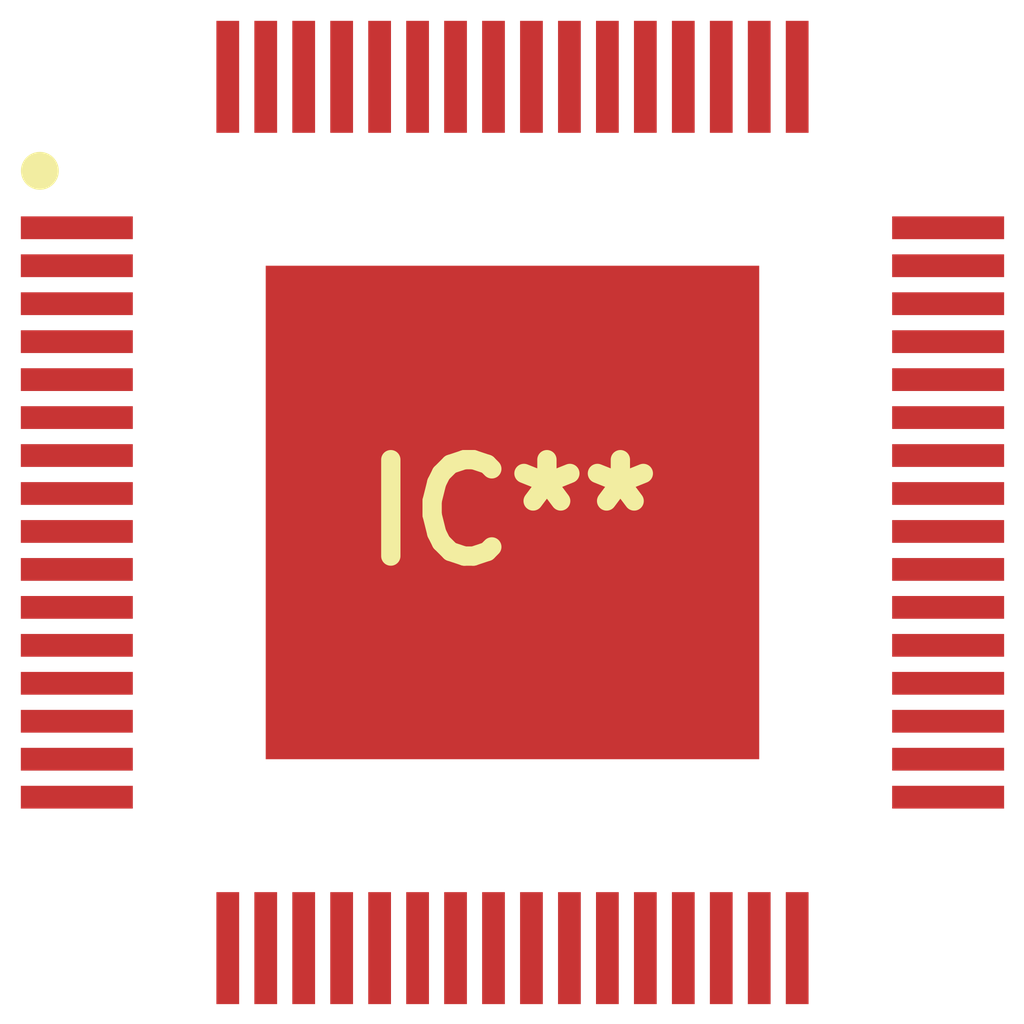
<source format=kicad_pcb>
(kicad_pcb (version 20241229) (generator "pcbnew") (generator_version "9.0")
  (layers (0 "F.Cu" signal) (2 "B.Cu" signal) (13 "F.Paste" user) (15 "B.Paste" user) (5 "F.SilkS" user "F.Silkscreen") (7 "B.SilkS" user "B.Silkscreen") (1 "F.Mask" user) (3 "B.Mask" user) (25 "Edge.Cuts" user))
  (net 0 "")
  (footprint "SamacSys_Parts:QFP50P1200X1200X120-65N" (layer "F.Cu") (at 140.5 85.5)
    (property "Reference" "IC**" (at 0 0 0) (layer "F.SilkS") (effects (font (size 1.27 1.27) (thickness 0.254))))
    (property "Value" "QFP50P1200X1200X120-65N" (hide yes))
    (fp_circle (center -6.225 -4.5) (end -6.225 -4.375) (stroke (width 0.25)) (fill no) (layer "F.SilkS"))
    (pad "1" smd rect (at -5.738 -3.75 90) (size 0.3 1.475) (layers "F.Cu" "F.Mask" "F.Paste"))
    (pad "2" smd rect (at -5.738 -3.25 90) (size 0.3 1.475) (layers "F.Cu" "F.Mask" "F.Paste"))
    (pad "3" smd rect (at -5.738 -2.75 90) (size 0.3 1.475) (layers "F.Cu" "F.Mask" "F.Paste"))
    (pad "4" smd rect (at -5.738 -2.25 90) (size 0.3 1.475) (layers "F.Cu" "F.Mask" "F.Paste"))
    (pad "5" smd rect (at -5.738 -1.75 90) (size 0.3 1.475) (layers "F.Cu" "F.Mask" "F.Paste"))
    (pad "6" smd rect (at -5.738 -1.25 90) (size 0.3 1.475) (layers "F.Cu" "F.Mask" "F.Paste"))
    (pad "7" smd rect (at -5.738 -0.75 90) (size 0.3 1.475) (layers "F.Cu" "F.Mask" "F.Paste"))
    (pad "8" smd rect (at -5.738 -0.25 90) (size 0.3 1.475) (layers "F.Cu" "F.Mask" "F.Paste"))
    (pad "9" smd rect (at -5.738 0.25 90) (size 0.3 1.475) (layers "F.Cu" "F.Mask" "F.Paste"))
    (pad "10" smd rect (at -5.738 0.75 90) (size 0.3 1.475) (layers "F.Cu" "F.Mask" "F.Paste"))
    (pad "11" smd rect (at -5.738 1.25 90) (size 0.3 1.475) (layers "F.Cu" "F.Mask" "F.Paste"))
    (pad "12" smd rect (at -5.738 1.75 90) (size 0.3 1.475) (layers "F.Cu" "F.Mask" "F.Paste"))
    (pad "13" smd rect (at -5.738 2.25 90) (size 0.3 1.475) (layers "F.Cu" "F.Mask" "F.Paste"))
    (pad "14" smd rect (at -5.738 2.75 90) (size 0.3 1.475) (layers "F.Cu" "F.Mask" "F.Paste"))
    (pad "15" smd rect (at -5.738 3.25 90) (size 0.3 1.475) (layers "F.Cu" "F.Mask" "F.Paste"))
    (pad "16" smd rect (at -5.738 3.75 90) (size 0.3 1.475) (layers "F.Cu" "F.Mask" "F.Paste"))
    (pad "17" smd rect (at -3.75 5.738) (size 0.3 1.475) (layers "F.Cu" "F.Mask" "F.Paste"))
    (pad "18" smd rect (at -3.25 5.738) (size 0.3 1.475) (layers "F.Cu" "F.Mask" "F.Paste"))
    (pad "19" smd rect (at -2.75 5.738) (size 0.3 1.475) (layers "F.Cu" "F.Mask" "F.Paste"))
    (pad "20" smd rect (at -2.25 5.738) (size 0.3 1.475) (layers "F.Cu" "F.Mask" "F.Paste"))
    (pad "21" smd rect (at -1.75 5.738) (size 0.3 1.475) (layers "F.Cu" "F.Mask" "F.Paste"))
    (pad "22" smd rect (at -1.25 5.738) (size 0.3 1.475) (layers "F.Cu" "F.Mask" "F.Paste"))
    (pad "23" smd rect (at -0.75 5.738) (size 0.3 1.475) (layers "F.Cu" "F.Mask" "F.Paste"))
    (pad "24" smd rect (at -0.25 5.738) (size 0.3 1.475) (layers "F.Cu" "F.Mask" "F.Paste"))
    (pad "25" smd rect (at 0.25 5.738) (size 0.3 1.475) (layers "F.Cu" "F.Mask" "F.Paste"))
    (pad "26" smd rect (at 0.75 5.738) (size 0.3 1.475) (layers "F.Cu" "F.Mask" "F.Paste"))
    (pad "27" smd rect (at 1.25 5.738) (size 0.3 1.475) (layers "F.Cu" "F.Mask" "F.Paste"))
    (pad "28" smd rect (at 1.75 5.738) (size 0.3 1.475) (layers "F.Cu" "F.Mask" "F.Paste"))
    (pad "29" smd rect (at 2.25 5.738) (size 0.3 1.475) (layers "F.Cu" "F.Mask" "F.Paste"))
    (pad "30" smd rect (at 2.75 5.738) (size 0.3 1.475) (layers "F.Cu" "F.Mask" "F.Paste"))
    (pad "31" smd rect (at 3.25 5.738) (size 0.3 1.475) (layers "F.Cu" "F.Mask" "F.Paste"))
    (pad "32" smd rect (at 3.75 5.738) (size 0.3 1.475) (layers "F.Cu" "F.Mask" "F.Paste"))
    (pad "33" smd rect (at 5.738 3.75 90) (size 0.3 1.475) (layers "F.Cu" "F.Mask" "F.Paste"))
    (pad "34" smd rect (at 5.738 3.25 90) (size 0.3 1.475) (layers "F.Cu" "F.Mask" "F.Paste"))
    (pad "35" smd rect (at 5.738 2.75 90) (size 0.3 1.475) (layers "F.Cu" "F.Mask" "F.Paste"))
    (pad "36" smd rect (at 5.738 2.25 90) (size 0.3 1.475) (layers "F.Cu" "F.Mask" "F.Paste"))
    (pad "37" smd rect (at 5.738 1.75 90) (size 0.3 1.475) (layers "F.Cu" "F.Mask" "F.Paste"))
    (pad "38" smd rect (at 5.738 1.25 90) (size 0.3 1.475) (layers "F.Cu" "F.Mask" "F.Paste"))
    (pad "39" smd rect (at 5.738 0.75 90) (size 0.3 1.475) (layers "F.Cu" "F.Mask" "F.Paste"))
    (pad "40" smd rect (at 5.738 0.25 90) (size 0.3 1.475) (layers "F.Cu" "F.Mask" "F.Paste"))
    (pad "41" smd rect (at 5.738 -0.25 90) (size 0.3 1.475) (layers "F.Cu" "F.Mask" "F.Paste"))
    (pad "42" smd rect (at 5.738 -0.75 90) (size 0.3 1.475) (layers "F.Cu" "F.Mask" "F.Paste"))
    (pad "43" smd rect (at 5.738 -1.25 90) (size 0.3 1.475) (layers "F.Cu" "F.Mask" "F.Paste"))
    (pad "44" smd rect (at 5.738 -1.75 90) (size 0.3 1.475) (layers "F.Cu" "F.Mask" "F.Paste"))
    (pad "45" smd rect (at 5.738 -2.25 90) (size 0.3 1.475) (layers "F.Cu" "F.Mask" "F.Paste"))
    (pad "46" smd rect (at 5.738 -2.75 90) (size 0.3 1.475) (layers "F.Cu" "F.Mask" "F.Paste"))
    (pad "47" smd rect (at 5.738 -3.25 90) (size 0.3 1.475) (layers "F.Cu" "F.Mask" "F.Paste"))
    (pad "48" smd rect (at 5.738 -3.75 90) (size 0.3 1.475) (layers "F.Cu" "F.Mask" "F.Paste"))
    (pad "49" smd rect (at 3.75 -5.738) (size 0.3 1.475) (layers "F.Cu" "F.Mask" "F.Paste"))
    (pad "50" smd rect (at 3.25 -5.738) (size 0.3 1.475) (layers "F.Cu" "F.Mask" "F.Paste"))
    (pad "51" smd rect (at 2.75 -5.738) (size 0.3 1.475) (layers "F.Cu" "F.Mask" "F.Paste"))
    (pad "52" smd rect (at 2.25 -5.738) (size 0.3 1.475) (layers "F.Cu" "F.Mask" "F.Paste"))
    (pad "53" smd rect (at 1.75 -5.738) (size 0.3 1.475) (layers "F.Cu" "F.Mask" "F.Paste"))
    (pad "54" smd rect (at 1.25 -5.738) (size 0.3 1.475) (layers "F.Cu" "F.Mask" "F.Paste"))
    (pad "55" smd rect (at 0.75 -5.738) (size 0.3 1.475) (layers "F.Cu" "F.Mask" "F.Paste"))
    (pad "56" smd rect (at 0.25 -5.738) (size 0.3 1.475) (layers "F.Cu" "F.Mask" "F.Paste"))
    (pad "57" smd rect (at -0.25 -5.738) (size 0.3 1.475) (layers "F.Cu" "F.Mask" "F.Paste"))
    (pad "58" smd rect (at -0.75 -5.738) (size 0.3 1.475) (layers "F.Cu" "F.Mask" "F.Paste"))
    (pad "59" smd rect (at -1.25 -5.738) (size 0.3 1.475) (layers "F.Cu" "F.Mask" "F.Paste"))
    (pad "60" smd rect (at -1.75 -5.738) (size 0.3 1.475) (layers "F.Cu" "F.Mask" "F.Paste"))
    (pad "61" smd rect (at -2.25 -5.738) (size 0.3 1.475) (layers "F.Cu" "F.Mask" "F.Paste"))
    (pad "62" smd rect (at -2.75 -5.738) (size 0.3 1.475) (layers "F.Cu" "F.Mask" "F.Paste"))
    (pad "63" smd rect (at -3.25 -5.738) (size 0.3 1.475) (layers "F.Cu" "F.Mask" "F.Paste"))
    (pad "64" smd rect (at -3.75 -5.738) (size 0.3 1.475) (layers "F.Cu" "F.Mask" "F.Paste"))
    (pad "65" smd rect (at 0 0) (size 6.5 6.5) (layers "F.Cu" "F.Mask" "F.Paste"))
  )
)
</source>
